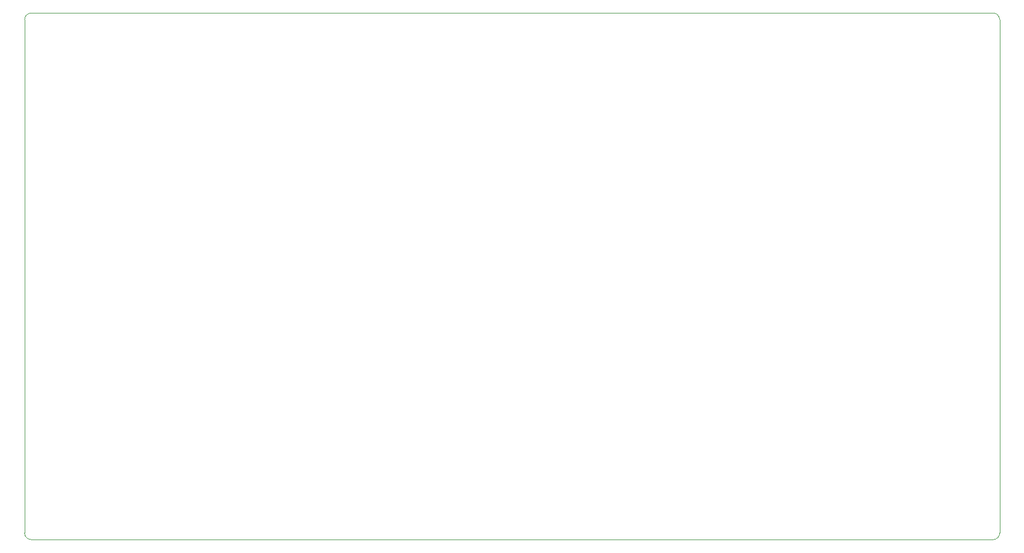
<source format=gm1>
%TF.GenerationSoftware,KiCad,Pcbnew,8.0.2*%
%TF.CreationDate,2024-05-21T21:06:14-07:00*%
%TF.ProjectId,voltage ref calibration tool,766f6c74-6167-4652-9072-65662063616c,rev?*%
%TF.SameCoordinates,Original*%
%TF.FileFunction,Profile,NP*%
%FSLAX46Y46*%
G04 Gerber Fmt 4.6, Leading zero omitted, Abs format (unit mm)*
G04 Created by KiCad (PCBNEW 8.0.2) date 2024-05-21 21:06:14*
%MOMM*%
%LPD*%
G01*
G04 APERTURE LIST*
%TA.AperFunction,Profile*%
%ADD10C,0.050000*%
%TD*%
G04 APERTURE END LIST*
D10*
X37338000Y-112522000D02*
G75*
G02*
X36322000Y-111506000I0J1016000D01*
G01*
X37338000Y-112522000D02*
X182372000Y-112522000D01*
X182372000Y-33020000D02*
G75*
G02*
X183388000Y-34036000I0J-1016000D01*
G01*
X36322000Y-34036000D02*
X36322000Y-111506000D01*
X182372000Y-33020000D02*
X37338000Y-33020000D01*
X183388000Y-111506000D02*
X183388000Y-34036000D01*
X36322000Y-34036000D02*
G75*
G02*
X37338000Y-33020000I1016000J0D01*
G01*
X183388000Y-111506000D02*
G75*
G02*
X182372000Y-112522000I-1016000J0D01*
G01*
M02*

</source>
